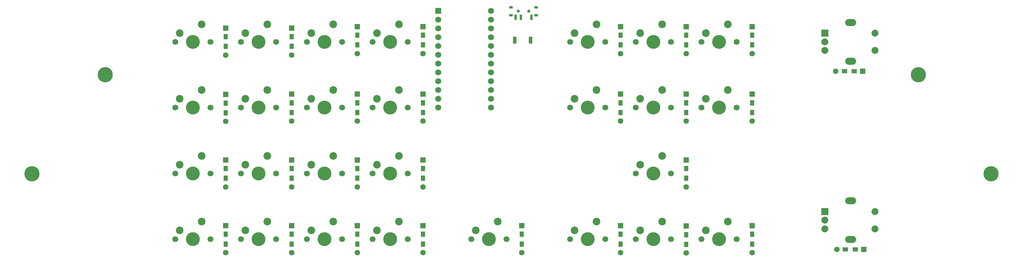
<source format=gts>
G04 #@! TF.GenerationSoftware,KiCad,Pcbnew,(6.0.7-1)-1*
G04 #@! TF.CreationDate,2022-09-15T21:20:34+02:00*
G04 #@! TF.ProjectId,yts-pcb,7974732d-7063-4622-9e6b-696361645f70,rev?*
G04 #@! TF.SameCoordinates,Original*
G04 #@! TF.FileFunction,Soldermask,Top*
G04 #@! TF.FilePolarity,Negative*
%FSLAX46Y46*%
G04 Gerber Fmt 4.6, Leading zero omitted, Abs format (unit mm)*
G04 Created by KiCad (PCBNEW (6.0.7-1)-1) date 2022-09-15 21:20:34*
%MOMM*%
%LPD*%
G01*
G04 APERTURE LIST*
G04 Aperture macros list*
%AMRoundRect*
0 Rectangle with rounded corners*
0 $1 Rounding radius*
0 $2 $3 $4 $5 $6 $7 $8 $9 X,Y pos of 4 corners*
0 Add a 4 corners polygon primitive as box body*
4,1,4,$2,$3,$4,$5,$6,$7,$8,$9,$2,$3,0*
0 Add four circle primitives for the rounded corners*
1,1,$1+$1,$2,$3*
1,1,$1+$1,$4,$5*
1,1,$1+$1,$6,$7*
1,1,$1+$1,$8,$9*
0 Add four rect primitives between the rounded corners*
20,1,$1+$1,$2,$3,$4,$5,0*
20,1,$1+$1,$4,$5,$6,$7,0*
20,1,$1+$1,$6,$7,$8,$9,0*
20,1,$1+$1,$8,$9,$2,$3,0*%
G04 Aperture macros list end*
%ADD10C,2.200000*%
%ADD11C,4.000000*%
%ADD12C,1.700000*%
%ADD13C,2.000000*%
%ADD14R,2.000000X2.000000*%
%ADD15O,3.200000X2.000000*%
%ADD16C,4.400000*%
%ADD17RoundRect,0.250000X-0.250000X-0.750000X0.250000X-0.750000X0.250000X0.750000X-0.250000X0.750000X0*%
%ADD18C,1.752600*%
%ADD19R,1.752600X1.752600*%
%ADD20R,0.700000X1.500000*%
%ADD21R,1.000000X0.800000*%
%ADD22C,0.900000*%
%ADD23R,1.600000X1.200000*%
%ADD24C,1.600000*%
%ADD25R,1.600000X1.600000*%
%ADD26R,1.200000X1.600000*%
G04 APERTURE END LIST*
D10*
X146667958Y-123160000D03*
X153017958Y-120620000D03*
D11*
X150477958Y-125700000D03*
D12*
X155557958Y-125700000D03*
X145397958Y-125700000D03*
D10*
X108667958Y-123160000D03*
X115017958Y-120620000D03*
D12*
X117557958Y-125700000D03*
D11*
X112477958Y-125700000D03*
D12*
X107397958Y-125700000D03*
D13*
X309477958Y-155700000D03*
X309477958Y-160700000D03*
X294977958Y-158200000D03*
X294977958Y-160700000D03*
D14*
X294977958Y-155700000D03*
D15*
X302477958Y-163800000D03*
X302477958Y-152600000D03*
D10*
X127667958Y-104160000D03*
X134017958Y-101620000D03*
D11*
X131477958Y-106700000D03*
D12*
X136557958Y-106700000D03*
X126397958Y-106700000D03*
D10*
X165667958Y-104160000D03*
X172017958Y-101620000D03*
D12*
X164397958Y-106700000D03*
X174557958Y-106700000D03*
D11*
X169477958Y-106700000D03*
D16*
X322047959Y-116202042D03*
D10*
X165667958Y-161160000D03*
X172017958Y-158620000D03*
D12*
X174557958Y-163700000D03*
X164397958Y-163700000D03*
D11*
X169477958Y-163700000D03*
D10*
X146667958Y-161160000D03*
X153017958Y-158620000D03*
D12*
X145397958Y-163700000D03*
X155557958Y-163700000D03*
D11*
X150477958Y-163700000D03*
D10*
X146667958Y-142160000D03*
X153017958Y-139620000D03*
D12*
X155557958Y-144700000D03*
D11*
X150477958Y-144700000D03*
D12*
X145397958Y-144700000D03*
D10*
X146667958Y-104160000D03*
X153017958Y-101620000D03*
D12*
X155557958Y-106700000D03*
X145397958Y-106700000D03*
D11*
X150477958Y-106700000D03*
D10*
X108667958Y-161160000D03*
X115017958Y-158620000D03*
D12*
X117557958Y-163700000D03*
X107397958Y-163700000D03*
D11*
X112477958Y-163700000D03*
D10*
X165667958Y-123160000D03*
X172017958Y-120620000D03*
D12*
X174557958Y-125700000D03*
D11*
X169477958Y-125700000D03*
D12*
X164397958Y-125700000D03*
D10*
X165667958Y-142160000D03*
X172017958Y-139620000D03*
D12*
X164397958Y-144700000D03*
X174557958Y-144700000D03*
D11*
X169477958Y-144700000D03*
D10*
X127667958Y-142160000D03*
X134017958Y-139620000D03*
D11*
X131477958Y-144700000D03*
D12*
X136557958Y-144700000D03*
X126397958Y-144700000D03*
D10*
X260667958Y-161160000D03*
X267017958Y-158620000D03*
D11*
X264477958Y-163700000D03*
D12*
X259397958Y-163700000D03*
X269557958Y-163700000D03*
D10*
X222667958Y-104160000D03*
X229017958Y-101620000D03*
D12*
X231557958Y-106700000D03*
D11*
X226477958Y-106700000D03*
D12*
X221397958Y-106700000D03*
D10*
X108667958Y-142160000D03*
X115017958Y-139620000D03*
D12*
X107397958Y-144700000D03*
X117557958Y-144700000D03*
D11*
X112477958Y-144700000D03*
D16*
X342997959Y-144802042D03*
D17*
X209977958Y-106200000D03*
D16*
X65997959Y-144802042D03*
D12*
X259397958Y-125700000D03*
D11*
X264477958Y-125700000D03*
D12*
X269557958Y-125700000D03*
D10*
X267017958Y-120620000D03*
X260667958Y-123160000D03*
X241667958Y-161160000D03*
X248017958Y-158620000D03*
D11*
X245477958Y-163700000D03*
D12*
X240397958Y-163700000D03*
X250557958Y-163700000D03*
D10*
X241667958Y-142160000D03*
X248017958Y-139620000D03*
D11*
X245477958Y-144700000D03*
D12*
X250557958Y-144700000D03*
X240397958Y-144700000D03*
D16*
X87197959Y-116202042D03*
D18*
X198597958Y-97730000D03*
X198597958Y-100270000D03*
X198597958Y-102810000D03*
X198597958Y-105350000D03*
X198597958Y-107890000D03*
X198597958Y-110430000D03*
X198597958Y-112970000D03*
X198597958Y-115510000D03*
X198597958Y-118050000D03*
X198597958Y-120590000D03*
X198597958Y-123130000D03*
X198597958Y-125670000D03*
X183357958Y-125670000D03*
X183357958Y-123130000D03*
X183357958Y-120590000D03*
X183357958Y-118050000D03*
X183357958Y-115510000D03*
X183357958Y-112970000D03*
X183357958Y-110430000D03*
X183357958Y-107890000D03*
X183357958Y-105350000D03*
X183357958Y-102810000D03*
X183357958Y-100270000D03*
D19*
X183357958Y-97730000D03*
D10*
X241667958Y-104160000D03*
X248017958Y-101620000D03*
D12*
X250557958Y-106700000D03*
X240397958Y-106700000D03*
D11*
X245477958Y-106700000D03*
D13*
X309477958Y-104200000D03*
X309477958Y-109200000D03*
X294977958Y-106700000D03*
X294977958Y-109200000D03*
D14*
X294977958Y-104200000D03*
D15*
X302477958Y-112300000D03*
X302477958Y-101100000D03*
D17*
X205477958Y-106200000D03*
D10*
X260667958Y-104160000D03*
X267017958Y-101620000D03*
D12*
X269557958Y-106700000D03*
D11*
X264477958Y-106700000D03*
D12*
X259397958Y-106700000D03*
D10*
X194167958Y-161160000D03*
X200517958Y-158620000D03*
D11*
X197977958Y-163700000D03*
D12*
X203057958Y-163700000D03*
X192897958Y-163700000D03*
D10*
X127667958Y-161160000D03*
X134017958Y-158620000D03*
D11*
X131477958Y-163700000D03*
D12*
X126397958Y-163700000D03*
X136557958Y-163700000D03*
D10*
X127667958Y-123160000D03*
X134017958Y-120620000D03*
D12*
X136557958Y-125700000D03*
X126397958Y-125700000D03*
D11*
X131477958Y-125700000D03*
D10*
X222667958Y-123160000D03*
X229017958Y-120620000D03*
D12*
X231557958Y-125700000D03*
D11*
X226477958Y-125700000D03*
D12*
X221397958Y-125700000D03*
D10*
X108667958Y-104160000D03*
X115017958Y-101620000D03*
D12*
X117557958Y-106700000D03*
X107397958Y-106700000D03*
D11*
X112477958Y-106700000D03*
D10*
X241667958Y-123160000D03*
X248017958Y-120620000D03*
D12*
X240397958Y-125700000D03*
X250557958Y-125700000D03*
D11*
X245477958Y-125700000D03*
D20*
X205727958Y-99630000D03*
X207227958Y-99630000D03*
X210227958Y-99630000D03*
D21*
X211627958Y-96770000D03*
D22*
X206477958Y-97870000D03*
D21*
X211627958Y-98980000D03*
D22*
X209477958Y-97870000D03*
D21*
X204327958Y-96770000D03*
X204327958Y-98980000D03*
D10*
X222667958Y-161160000D03*
X229017958Y-158620000D03*
D12*
X231557958Y-163700000D03*
D11*
X226477958Y-163700000D03*
D12*
X221397958Y-163700000D03*
D23*
X300677958Y-115200000D03*
D24*
X298177958Y-115200000D03*
D25*
X305977958Y-115200000D03*
D23*
X303477958Y-115200000D03*
D24*
X235977958Y-167600000D03*
D26*
X235977958Y-165100000D03*
D25*
X235977958Y-159800000D03*
D26*
X235977958Y-162300000D03*
X140977958Y-165100000D03*
D24*
X140977958Y-167600000D03*
D26*
X140977958Y-162300000D03*
D25*
X140977958Y-159800000D03*
D26*
X178977958Y-146100000D03*
D24*
X178977958Y-148600000D03*
D25*
X178977958Y-140800000D03*
D26*
X178977958Y-143300000D03*
X121977958Y-108000000D03*
D24*
X121977958Y-110500000D03*
D25*
X121977958Y-102700000D03*
D26*
X121977958Y-105200000D03*
D24*
X159977958Y-148600000D03*
D26*
X159977958Y-146100000D03*
X159977958Y-143300000D03*
D25*
X159977958Y-140800000D03*
D24*
X273977958Y-129600000D03*
D26*
X273977958Y-127100000D03*
X273977958Y-124300000D03*
D25*
X273977958Y-121800000D03*
D26*
X121977958Y-146100000D03*
D24*
X121977958Y-148600000D03*
D25*
X121977958Y-140800000D03*
D26*
X121977958Y-143300000D03*
X235977958Y-107600000D03*
D24*
X235977958Y-110100000D03*
D26*
X235977958Y-104800000D03*
D25*
X235977958Y-102300000D03*
D24*
X178977958Y-110100000D03*
D26*
X178977958Y-107600000D03*
X178977958Y-104800000D03*
D25*
X178977958Y-102300000D03*
D24*
X298477958Y-166700000D03*
D23*
X300977958Y-166700000D03*
X303777958Y-166700000D03*
D25*
X306277958Y-166700000D03*
D24*
X254977958Y-148600000D03*
D26*
X254977958Y-146100000D03*
X254977958Y-143300000D03*
D25*
X254977958Y-140800000D03*
D24*
X140977958Y-129600000D03*
D26*
X140977958Y-127100000D03*
D25*
X140977958Y-121800000D03*
D26*
X140977958Y-124300000D03*
X159977958Y-165100000D03*
D24*
X159977958Y-167600000D03*
D26*
X159977958Y-162300000D03*
D25*
X159977958Y-159800000D03*
D24*
X121977958Y-167600000D03*
D26*
X121977958Y-165100000D03*
X121977958Y-162300000D03*
D25*
X121977958Y-159800000D03*
D26*
X273977958Y-165100000D03*
D24*
X273977958Y-167600000D03*
D26*
X273977958Y-162300000D03*
D25*
X273977958Y-159800000D03*
D26*
X178977958Y-165100000D03*
D24*
X178977958Y-167600000D03*
D25*
X178977958Y-159800000D03*
D26*
X178977958Y-162300000D03*
X140977958Y-146100000D03*
D24*
X140977958Y-148600000D03*
D25*
X140977958Y-140800000D03*
D26*
X140977958Y-143300000D03*
D24*
X254977958Y-110100000D03*
D26*
X254977958Y-107600000D03*
D25*
X254977958Y-102300000D03*
D26*
X254977958Y-104800000D03*
D24*
X235977958Y-129600000D03*
D26*
X235977958Y-127100000D03*
D25*
X235977958Y-121800000D03*
D26*
X235977958Y-124300000D03*
D24*
X121977958Y-129700000D03*
D26*
X121977958Y-127200000D03*
X121977958Y-124400000D03*
D25*
X121977958Y-121900000D03*
D24*
X159977958Y-110100000D03*
D26*
X159977958Y-107600000D03*
D25*
X159977958Y-102300000D03*
D26*
X159977958Y-104800000D03*
D24*
X273977958Y-110100000D03*
D26*
X273977958Y-107600000D03*
X273977958Y-104800000D03*
D25*
X273977958Y-102300000D03*
D24*
X207477958Y-167600000D03*
D26*
X207477958Y-165100000D03*
D25*
X207477958Y-159800000D03*
D26*
X207477958Y-162300000D03*
X178977958Y-127100000D03*
D24*
X178977958Y-129600000D03*
D26*
X178977958Y-124300000D03*
D25*
X178977958Y-121800000D03*
D24*
X159977958Y-129600000D03*
D26*
X159977958Y-127100000D03*
D25*
X159977958Y-121800000D03*
D26*
X159977958Y-124300000D03*
D24*
X254977958Y-167700000D03*
D26*
X254977958Y-165200000D03*
X254977958Y-162400000D03*
D25*
X254977958Y-159900000D03*
D26*
X254977958Y-127100000D03*
D24*
X254977958Y-129600000D03*
D26*
X254977958Y-124300000D03*
D25*
X254977958Y-121800000D03*
D24*
X140977958Y-110500000D03*
D26*
X140977958Y-108000000D03*
X140977958Y-105200000D03*
D25*
X140977958Y-102700000D03*
M02*

</source>
